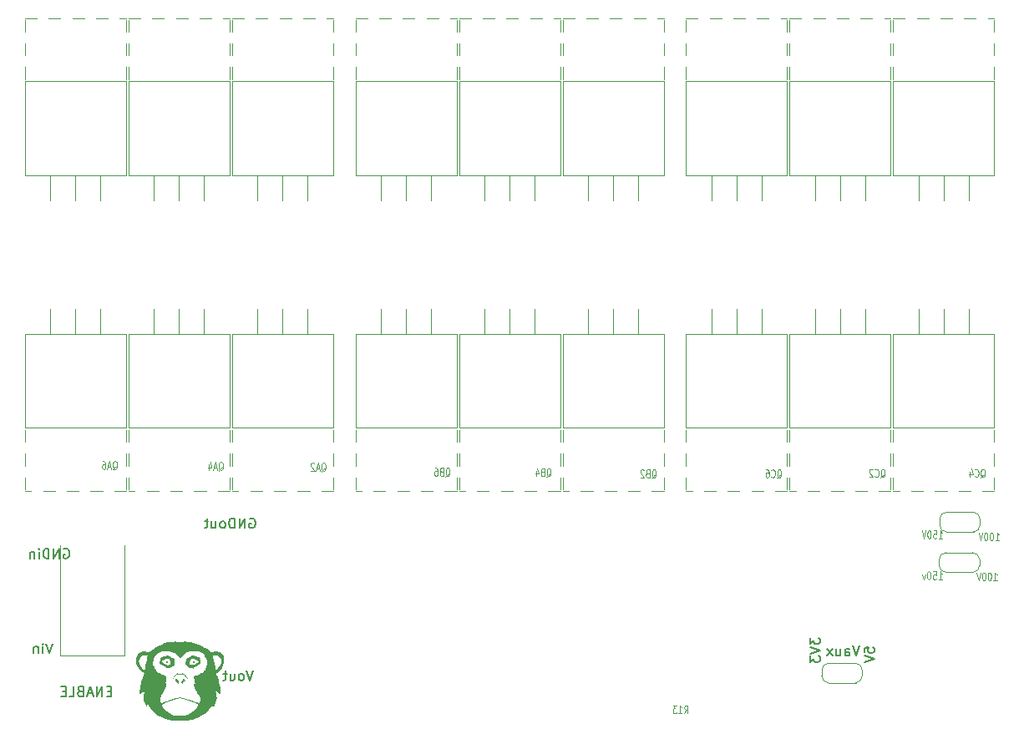
<source format=gbr>
%TF.GenerationSoftware,KiCad,Pcbnew,(6.0.7-1)-1*%
%TF.CreationDate,2023-01-28T14:38:12-05:00*%
%TF.ProjectId,CCC_ESC,4343435f-4553-4432-9e6b-696361645f70,rev?*%
%TF.SameCoordinates,Original*%
%TF.FileFunction,Legend,Bot*%
%TF.FilePolarity,Positive*%
%FSLAX46Y46*%
G04 Gerber Fmt 4.6, Leading zero omitted, Abs format (unit mm)*
G04 Created by KiCad (PCBNEW (6.0.7-1)-1) date 2023-01-28 14:38:12*
%MOMM*%
%LPD*%
G01*
G04 APERTURE LIST*
%ADD10C,0.150000*%
%ADD11C,0.120000*%
G04 APERTURE END LIST*
D10*
%TO.C,U6*%
X53677809Y-113805640D02*
X53344476Y-114805640D01*
X53011142Y-113805640D01*
X52677809Y-114805640D02*
X52677809Y-114138974D01*
X52677809Y-113805640D02*
X52725428Y-113853260D01*
X52677809Y-113900879D01*
X52630190Y-113853260D01*
X52677809Y-113805640D01*
X52677809Y-113900879D01*
X52201619Y-114138974D02*
X52201619Y-114805640D01*
X52201619Y-114234212D02*
X52154000Y-114186593D01*
X52058761Y-114138974D01*
X51915904Y-114138974D01*
X51820666Y-114186593D01*
X51773047Y-114281831D01*
X51773047Y-114805640D01*
X54821380Y-104228260D02*
X54916619Y-104180640D01*
X55059476Y-104180640D01*
X55202333Y-104228260D01*
X55297571Y-104323498D01*
X55345190Y-104418736D01*
X55392809Y-104609212D01*
X55392809Y-104752069D01*
X55345190Y-104942545D01*
X55297571Y-105037783D01*
X55202333Y-105133021D01*
X55059476Y-105180640D01*
X54964238Y-105180640D01*
X54821380Y-105133021D01*
X54773761Y-105085402D01*
X54773761Y-104752069D01*
X54964238Y-104752069D01*
X54345190Y-105180640D02*
X54345190Y-104180640D01*
X53773761Y-105180640D01*
X53773761Y-104180640D01*
X53297571Y-105180640D02*
X53297571Y-104180640D01*
X53059476Y-104180640D01*
X52916619Y-104228260D01*
X52821380Y-104323498D01*
X52773761Y-104418736D01*
X52726142Y-104609212D01*
X52726142Y-104752069D01*
X52773761Y-104942545D01*
X52821380Y-105037783D01*
X52916619Y-105133021D01*
X53059476Y-105180640D01*
X53297571Y-105180640D01*
X52297571Y-105180640D02*
X52297571Y-104513974D01*
X52297571Y-104180640D02*
X52345190Y-104228260D01*
X52297571Y-104275879D01*
X52249952Y-104228260D01*
X52297571Y-104180640D01*
X52297571Y-104275879D01*
X51821380Y-104513974D02*
X51821380Y-105180640D01*
X51821380Y-104609212D02*
X51773761Y-104561593D01*
X51678523Y-104513974D01*
X51535666Y-104513974D01*
X51440428Y-104561593D01*
X51392809Y-104656831D01*
X51392809Y-105180640D01*
X73656380Y-101153260D02*
X73751619Y-101105640D01*
X73894476Y-101105640D01*
X74037333Y-101153260D01*
X74132571Y-101248498D01*
X74180190Y-101343736D01*
X74227809Y-101534212D01*
X74227809Y-101677069D01*
X74180190Y-101867545D01*
X74132571Y-101962783D01*
X74037333Y-102058021D01*
X73894476Y-102105640D01*
X73799238Y-102105640D01*
X73656380Y-102058021D01*
X73608761Y-102010402D01*
X73608761Y-101677069D01*
X73799238Y-101677069D01*
X73180190Y-102105640D02*
X73180190Y-101105640D01*
X72608761Y-102105640D01*
X72608761Y-101105640D01*
X72132571Y-102105640D02*
X72132571Y-101105640D01*
X71894476Y-101105640D01*
X71751619Y-101153260D01*
X71656380Y-101248498D01*
X71608761Y-101343736D01*
X71561142Y-101534212D01*
X71561142Y-101677069D01*
X71608761Y-101867545D01*
X71656380Y-101962783D01*
X71751619Y-102058021D01*
X71894476Y-102105640D01*
X72132571Y-102105640D01*
X70989714Y-102105640D02*
X71084952Y-102058021D01*
X71132571Y-102010402D01*
X71180190Y-101915164D01*
X71180190Y-101629450D01*
X71132571Y-101534212D01*
X71084952Y-101486593D01*
X70989714Y-101438974D01*
X70846857Y-101438974D01*
X70751619Y-101486593D01*
X70704000Y-101534212D01*
X70656380Y-101629450D01*
X70656380Y-101915164D01*
X70704000Y-102010402D01*
X70751619Y-102058021D01*
X70846857Y-102105640D01*
X70989714Y-102105640D01*
X69799238Y-101438974D02*
X69799238Y-102105640D01*
X70227809Y-101438974D02*
X70227809Y-101962783D01*
X70180190Y-102058021D01*
X70084952Y-102105640D01*
X69942095Y-102105640D01*
X69846857Y-102058021D01*
X69799238Y-102010402D01*
X69465904Y-101438974D02*
X69084952Y-101438974D01*
X69323047Y-101105640D02*
X69323047Y-101962783D01*
X69275428Y-102058021D01*
X69180190Y-102105640D01*
X69084952Y-102105640D01*
X74023809Y-116552380D02*
X73690476Y-117552380D01*
X73357142Y-116552380D01*
X72880952Y-117552380D02*
X72976190Y-117504761D01*
X73023809Y-117457142D01*
X73071428Y-117361904D01*
X73071428Y-117076190D01*
X73023809Y-116980952D01*
X72976190Y-116933333D01*
X72880952Y-116885714D01*
X72738095Y-116885714D01*
X72642857Y-116933333D01*
X72595238Y-116980952D01*
X72547619Y-117076190D01*
X72547619Y-117361904D01*
X72595238Y-117457142D01*
X72642857Y-117504761D01*
X72738095Y-117552380D01*
X72880952Y-117552380D01*
X71690476Y-116885714D02*
X71690476Y-117552380D01*
X72119047Y-116885714D02*
X72119047Y-117409523D01*
X72071428Y-117504761D01*
X71976190Y-117552380D01*
X71833333Y-117552380D01*
X71738095Y-117504761D01*
X71690476Y-117457142D01*
X71357142Y-116885714D02*
X70976190Y-116885714D01*
X71214285Y-116552380D02*
X71214285Y-117409523D01*
X71166666Y-117504761D01*
X71071428Y-117552380D01*
X70976190Y-117552380D01*
D11*
%TO.C,R13*%
X117704714Y-120890164D02*
X117904714Y-120509212D01*
X118047571Y-120890164D02*
X118047571Y-120090164D01*
X117819000Y-120090164D01*
X117761857Y-120128260D01*
X117733285Y-120166355D01*
X117704714Y-120242545D01*
X117704714Y-120356831D01*
X117733285Y-120433021D01*
X117761857Y-120471117D01*
X117819000Y-120509212D01*
X118047571Y-120509212D01*
X117133285Y-120890164D02*
X117476142Y-120890164D01*
X117304714Y-120890164D02*
X117304714Y-120090164D01*
X117361857Y-120204450D01*
X117419000Y-120280640D01*
X117476142Y-120318736D01*
X116933285Y-120090164D02*
X116561857Y-120090164D01*
X116761857Y-120394926D01*
X116676142Y-120394926D01*
X116619000Y-120433021D01*
X116590428Y-120471117D01*
X116561857Y-120547307D01*
X116561857Y-120737783D01*
X116590428Y-120813974D01*
X116619000Y-120852069D01*
X116676142Y-120890164D01*
X116847571Y-120890164D01*
X116904714Y-120852069D01*
X116933285Y-120813974D01*
D10*
%TO.C,Tp12V1*%
X59623809Y-118628571D02*
X59290476Y-118628571D01*
X59147619Y-119152380D02*
X59623809Y-119152380D01*
X59623809Y-118152380D01*
X59147619Y-118152380D01*
X58719047Y-119152380D02*
X58719047Y-118152380D01*
X58147619Y-119152380D01*
X58147619Y-118152380D01*
X57719047Y-118866666D02*
X57242857Y-118866666D01*
X57814285Y-119152380D02*
X57480952Y-118152380D01*
X57147619Y-119152380D01*
X56480952Y-118628571D02*
X56338095Y-118676190D01*
X56290476Y-118723809D01*
X56242857Y-118819047D01*
X56242857Y-118961904D01*
X56290476Y-119057142D01*
X56338095Y-119104761D01*
X56433333Y-119152380D01*
X56814285Y-119152380D01*
X56814285Y-118152380D01*
X56480952Y-118152380D01*
X56385714Y-118200000D01*
X56338095Y-118247619D01*
X56290476Y-118342857D01*
X56290476Y-118438095D01*
X56338095Y-118533333D01*
X56385714Y-118580952D01*
X56480952Y-118628571D01*
X56814285Y-118628571D01*
X55338095Y-119152380D02*
X55814285Y-119152380D01*
X55814285Y-118152380D01*
X55004761Y-118628571D02*
X54671428Y-118628571D01*
X54528571Y-119152380D02*
X55004761Y-119152380D01*
X55004761Y-118152380D01*
X54528571Y-118152380D01*
%TO.C,JP1*%
X135442857Y-114052380D02*
X135109523Y-115052380D01*
X134776190Y-114052380D01*
X134014285Y-115052380D02*
X134014285Y-114528571D01*
X134061904Y-114433333D01*
X134157142Y-114385714D01*
X134347619Y-114385714D01*
X134442857Y-114433333D01*
X134014285Y-115004761D02*
X134109523Y-115052380D01*
X134347619Y-115052380D01*
X134442857Y-115004761D01*
X134490476Y-114909523D01*
X134490476Y-114814285D01*
X134442857Y-114719047D01*
X134347619Y-114671428D01*
X134109523Y-114671428D01*
X134014285Y-114623809D01*
X133109523Y-114385714D02*
X133109523Y-115052380D01*
X133538095Y-114385714D02*
X133538095Y-114909523D01*
X133490476Y-115004761D01*
X133395238Y-115052380D01*
X133252380Y-115052380D01*
X133157142Y-115004761D01*
X133109523Y-114957142D01*
X132728571Y-115052380D02*
X132204761Y-114385714D01*
X132728571Y-114385714D02*
X132204761Y-115052380D01*
X135952380Y-114709523D02*
X135952380Y-114233333D01*
X136428571Y-114185714D01*
X136380952Y-114233333D01*
X136333333Y-114328571D01*
X136333333Y-114566666D01*
X136380952Y-114661904D01*
X136428571Y-114709523D01*
X136523809Y-114757142D01*
X136761904Y-114757142D01*
X136857142Y-114709523D01*
X136904761Y-114661904D01*
X136952380Y-114566666D01*
X136952380Y-114328571D01*
X136904761Y-114233333D01*
X136857142Y-114185714D01*
X135952380Y-115042857D02*
X136952380Y-115376190D01*
X135952380Y-115709523D01*
X130452380Y-113261904D02*
X130452380Y-113880952D01*
X130833333Y-113547619D01*
X130833333Y-113690476D01*
X130880952Y-113785714D01*
X130928571Y-113833333D01*
X131023809Y-113880952D01*
X131261904Y-113880952D01*
X131357142Y-113833333D01*
X131404761Y-113785714D01*
X131452380Y-113690476D01*
X131452380Y-113404761D01*
X131404761Y-113309523D01*
X131357142Y-113261904D01*
X130452380Y-114166666D02*
X131452380Y-114500000D01*
X130452380Y-114833333D01*
X130452380Y-115071428D02*
X130452380Y-115690476D01*
X130833333Y-115357142D01*
X130833333Y-115500000D01*
X130880952Y-115595238D01*
X130928571Y-115642857D01*
X131023809Y-115690476D01*
X131261904Y-115690476D01*
X131357142Y-115642857D01*
X131404761Y-115595238D01*
X131452380Y-115500000D01*
X131452380Y-115214285D01*
X131404761Y-115119047D01*
X131357142Y-115071428D01*
D11*
%TO.C,QB4*%
X103757142Y-96938095D02*
X103814285Y-96900000D01*
X103871428Y-96823809D01*
X103957142Y-96709523D01*
X104014285Y-96671428D01*
X104071428Y-96671428D01*
X104042857Y-96861904D02*
X104100000Y-96823809D01*
X104157142Y-96747619D01*
X104185714Y-96595238D01*
X104185714Y-96328571D01*
X104157142Y-96176190D01*
X104100000Y-96100000D01*
X104042857Y-96061904D01*
X103928571Y-96061904D01*
X103871428Y-96100000D01*
X103814285Y-96176190D01*
X103785714Y-96328571D01*
X103785714Y-96595238D01*
X103814285Y-96747619D01*
X103871428Y-96823809D01*
X103928571Y-96861904D01*
X104042857Y-96861904D01*
X103328571Y-96442857D02*
X103242857Y-96480952D01*
X103214285Y-96519047D01*
X103185714Y-96595238D01*
X103185714Y-96709523D01*
X103214285Y-96785714D01*
X103242857Y-96823809D01*
X103300000Y-96861904D01*
X103528571Y-96861904D01*
X103528571Y-96061904D01*
X103328571Y-96061904D01*
X103271428Y-96100000D01*
X103242857Y-96138095D01*
X103214285Y-96214285D01*
X103214285Y-96290476D01*
X103242857Y-96366666D01*
X103271428Y-96404761D01*
X103328571Y-96442857D01*
X103528571Y-96442857D01*
X102671428Y-96328571D02*
X102671428Y-96861904D01*
X102814285Y-96023809D02*
X102957142Y-96595238D01*
X102585714Y-96595238D01*
%TO.C,QC6*%
X127107142Y-97038095D02*
X127164285Y-97000000D01*
X127221428Y-96923809D01*
X127307142Y-96809523D01*
X127364285Y-96771428D01*
X127421428Y-96771428D01*
X127392857Y-96961904D02*
X127450000Y-96923809D01*
X127507142Y-96847619D01*
X127535714Y-96695238D01*
X127535714Y-96428571D01*
X127507142Y-96276190D01*
X127450000Y-96200000D01*
X127392857Y-96161904D01*
X127278571Y-96161904D01*
X127221428Y-96200000D01*
X127164285Y-96276190D01*
X127135714Y-96428571D01*
X127135714Y-96695238D01*
X127164285Y-96847619D01*
X127221428Y-96923809D01*
X127278571Y-96961904D01*
X127392857Y-96961904D01*
X126535714Y-96885714D02*
X126564285Y-96923809D01*
X126650000Y-96961904D01*
X126707142Y-96961904D01*
X126792857Y-96923809D01*
X126850000Y-96847619D01*
X126878571Y-96771428D01*
X126907142Y-96619047D01*
X126907142Y-96504761D01*
X126878571Y-96352380D01*
X126850000Y-96276190D01*
X126792857Y-96200000D01*
X126707142Y-96161904D01*
X126650000Y-96161904D01*
X126564285Y-96200000D01*
X126535714Y-96238095D01*
X126021428Y-96161904D02*
X126135714Y-96161904D01*
X126192857Y-96200000D01*
X126221428Y-96238095D01*
X126278571Y-96352380D01*
X126307142Y-96504761D01*
X126307142Y-96809523D01*
X126278571Y-96885714D01*
X126250000Y-96923809D01*
X126192857Y-96961904D01*
X126078571Y-96961904D01*
X126021428Y-96923809D01*
X125992857Y-96885714D01*
X125964285Y-96809523D01*
X125964285Y-96619047D01*
X125992857Y-96542857D01*
X126021428Y-96504761D01*
X126078571Y-96466666D01*
X126192857Y-96466666D01*
X126250000Y-96504761D01*
X126278571Y-96542857D01*
X126307142Y-96619047D01*
%TO.C,QC4*%
X147757142Y-96988095D02*
X147814285Y-96950000D01*
X147871428Y-96873809D01*
X147957142Y-96759523D01*
X148014285Y-96721428D01*
X148071428Y-96721428D01*
X148042857Y-96911904D02*
X148100000Y-96873809D01*
X148157142Y-96797619D01*
X148185714Y-96645238D01*
X148185714Y-96378571D01*
X148157142Y-96226190D01*
X148100000Y-96150000D01*
X148042857Y-96111904D01*
X147928571Y-96111904D01*
X147871428Y-96150000D01*
X147814285Y-96226190D01*
X147785714Y-96378571D01*
X147785714Y-96645238D01*
X147814285Y-96797619D01*
X147871428Y-96873809D01*
X147928571Y-96911904D01*
X148042857Y-96911904D01*
X147185714Y-96835714D02*
X147214285Y-96873809D01*
X147300000Y-96911904D01*
X147357142Y-96911904D01*
X147442857Y-96873809D01*
X147500000Y-96797619D01*
X147528571Y-96721428D01*
X147557142Y-96569047D01*
X147557142Y-96454761D01*
X147528571Y-96302380D01*
X147500000Y-96226190D01*
X147442857Y-96150000D01*
X147357142Y-96111904D01*
X147300000Y-96111904D01*
X147214285Y-96150000D01*
X147185714Y-96188095D01*
X146671428Y-96378571D02*
X146671428Y-96911904D01*
X146814285Y-96073809D02*
X146957142Y-96645238D01*
X146585714Y-96645238D01*
%TO.C,QA6*%
X59764285Y-96188095D02*
X59821428Y-96150000D01*
X59878571Y-96073809D01*
X59964285Y-95959523D01*
X60021428Y-95921428D01*
X60078571Y-95921428D01*
X60050000Y-96111904D02*
X60107142Y-96073809D01*
X60164285Y-95997619D01*
X60192857Y-95845238D01*
X60192857Y-95578571D01*
X60164285Y-95426190D01*
X60107142Y-95350000D01*
X60050000Y-95311904D01*
X59935714Y-95311904D01*
X59878571Y-95350000D01*
X59821428Y-95426190D01*
X59792857Y-95578571D01*
X59792857Y-95845238D01*
X59821428Y-95997619D01*
X59878571Y-96073809D01*
X59935714Y-96111904D01*
X60050000Y-96111904D01*
X59564285Y-95883333D02*
X59278571Y-95883333D01*
X59621428Y-96111904D02*
X59421428Y-95311904D01*
X59221428Y-96111904D01*
X58764285Y-95311904D02*
X58878571Y-95311904D01*
X58935714Y-95350000D01*
X58964285Y-95388095D01*
X59021428Y-95502380D01*
X59050000Y-95654761D01*
X59050000Y-95959523D01*
X59021428Y-96035714D01*
X58992857Y-96073809D01*
X58935714Y-96111904D01*
X58821428Y-96111904D01*
X58764285Y-96073809D01*
X58735714Y-96035714D01*
X58707142Y-95959523D01*
X58707142Y-95769047D01*
X58735714Y-95692857D01*
X58764285Y-95654761D01*
X58821428Y-95616666D01*
X58935714Y-95616666D01*
X58992857Y-95654761D01*
X59021428Y-95692857D01*
X59050000Y-95769047D01*
%TO.C,QB6*%
X93507142Y-96888095D02*
X93564285Y-96850000D01*
X93621428Y-96773809D01*
X93707142Y-96659523D01*
X93764285Y-96621428D01*
X93821428Y-96621428D01*
X93792857Y-96811904D02*
X93850000Y-96773809D01*
X93907142Y-96697619D01*
X93935714Y-96545238D01*
X93935714Y-96278571D01*
X93907142Y-96126190D01*
X93850000Y-96050000D01*
X93792857Y-96011904D01*
X93678571Y-96011904D01*
X93621428Y-96050000D01*
X93564285Y-96126190D01*
X93535714Y-96278571D01*
X93535714Y-96545238D01*
X93564285Y-96697619D01*
X93621428Y-96773809D01*
X93678571Y-96811904D01*
X93792857Y-96811904D01*
X93078571Y-96392857D02*
X92992857Y-96430952D01*
X92964285Y-96469047D01*
X92935714Y-96545238D01*
X92935714Y-96659523D01*
X92964285Y-96735714D01*
X92992857Y-96773809D01*
X93050000Y-96811904D01*
X93278571Y-96811904D01*
X93278571Y-96011904D01*
X93078571Y-96011904D01*
X93021428Y-96050000D01*
X92992857Y-96088095D01*
X92964285Y-96164285D01*
X92964285Y-96240476D01*
X92992857Y-96316666D01*
X93021428Y-96354761D01*
X93078571Y-96392857D01*
X93278571Y-96392857D01*
X92421428Y-96011904D02*
X92535714Y-96011904D01*
X92592857Y-96050000D01*
X92621428Y-96088095D01*
X92678571Y-96202380D01*
X92707142Y-96354761D01*
X92707142Y-96659523D01*
X92678571Y-96735714D01*
X92650000Y-96773809D01*
X92592857Y-96811904D01*
X92478571Y-96811904D01*
X92421428Y-96773809D01*
X92392857Y-96735714D01*
X92364285Y-96659523D01*
X92364285Y-96469047D01*
X92392857Y-96392857D01*
X92421428Y-96354761D01*
X92478571Y-96316666D01*
X92592857Y-96316666D01*
X92650000Y-96354761D01*
X92678571Y-96392857D01*
X92707142Y-96469047D01*
%TO.C,QB2*%
X114407142Y-97038095D02*
X114464285Y-97000000D01*
X114521428Y-96923809D01*
X114607142Y-96809523D01*
X114664285Y-96771428D01*
X114721428Y-96771428D01*
X114692857Y-96961904D02*
X114750000Y-96923809D01*
X114807142Y-96847619D01*
X114835714Y-96695238D01*
X114835714Y-96428571D01*
X114807142Y-96276190D01*
X114750000Y-96200000D01*
X114692857Y-96161904D01*
X114578571Y-96161904D01*
X114521428Y-96200000D01*
X114464285Y-96276190D01*
X114435714Y-96428571D01*
X114435714Y-96695238D01*
X114464285Y-96847619D01*
X114521428Y-96923809D01*
X114578571Y-96961904D01*
X114692857Y-96961904D01*
X113978571Y-96542857D02*
X113892857Y-96580952D01*
X113864285Y-96619047D01*
X113835714Y-96695238D01*
X113835714Y-96809523D01*
X113864285Y-96885714D01*
X113892857Y-96923809D01*
X113950000Y-96961904D01*
X114178571Y-96961904D01*
X114178571Y-96161904D01*
X113978571Y-96161904D01*
X113921428Y-96200000D01*
X113892857Y-96238095D01*
X113864285Y-96314285D01*
X113864285Y-96390476D01*
X113892857Y-96466666D01*
X113921428Y-96504761D01*
X113978571Y-96542857D01*
X114178571Y-96542857D01*
X113607142Y-96238095D02*
X113578571Y-96200000D01*
X113521428Y-96161904D01*
X113378571Y-96161904D01*
X113321428Y-96200000D01*
X113292857Y-96238095D01*
X113264285Y-96314285D01*
X113264285Y-96390476D01*
X113292857Y-96504761D01*
X113635714Y-96961904D01*
X113264285Y-96961904D01*
%TO.C,QA4*%
X70514285Y-96288095D02*
X70571428Y-96250000D01*
X70628571Y-96173809D01*
X70714285Y-96059523D01*
X70771428Y-96021428D01*
X70828571Y-96021428D01*
X70800000Y-96211904D02*
X70857142Y-96173809D01*
X70914285Y-96097619D01*
X70942857Y-95945238D01*
X70942857Y-95678571D01*
X70914285Y-95526190D01*
X70857142Y-95450000D01*
X70800000Y-95411904D01*
X70685714Y-95411904D01*
X70628571Y-95450000D01*
X70571428Y-95526190D01*
X70542857Y-95678571D01*
X70542857Y-95945238D01*
X70571428Y-96097619D01*
X70628571Y-96173809D01*
X70685714Y-96211904D01*
X70800000Y-96211904D01*
X70314285Y-95983333D02*
X70028571Y-95983333D01*
X70371428Y-96211904D02*
X70171428Y-95411904D01*
X69971428Y-96211904D01*
X69514285Y-95678571D02*
X69514285Y-96211904D01*
X69657142Y-95373809D02*
X69800000Y-95945238D01*
X69428571Y-95945238D01*
%TO.C,QC2*%
X137607142Y-96988095D02*
X137664285Y-96950000D01*
X137721428Y-96873809D01*
X137807142Y-96759523D01*
X137864285Y-96721428D01*
X137921428Y-96721428D01*
X137892857Y-96911904D02*
X137950000Y-96873809D01*
X138007142Y-96797619D01*
X138035714Y-96645238D01*
X138035714Y-96378571D01*
X138007142Y-96226190D01*
X137950000Y-96150000D01*
X137892857Y-96111904D01*
X137778571Y-96111904D01*
X137721428Y-96150000D01*
X137664285Y-96226190D01*
X137635714Y-96378571D01*
X137635714Y-96645238D01*
X137664285Y-96797619D01*
X137721428Y-96873809D01*
X137778571Y-96911904D01*
X137892857Y-96911904D01*
X137035714Y-96835714D02*
X137064285Y-96873809D01*
X137150000Y-96911904D01*
X137207142Y-96911904D01*
X137292857Y-96873809D01*
X137350000Y-96797619D01*
X137378571Y-96721428D01*
X137407142Y-96569047D01*
X137407142Y-96454761D01*
X137378571Y-96302380D01*
X137350000Y-96226190D01*
X137292857Y-96150000D01*
X137207142Y-96111904D01*
X137150000Y-96111904D01*
X137064285Y-96150000D01*
X137035714Y-96188095D01*
X136807142Y-96188095D02*
X136778571Y-96150000D01*
X136721428Y-96111904D01*
X136578571Y-96111904D01*
X136521428Y-96150000D01*
X136492857Y-96188095D01*
X136464285Y-96264285D01*
X136464285Y-96340476D01*
X136492857Y-96454761D01*
X136835714Y-96911904D01*
X136464285Y-96911904D01*
%TO.C,JP4*%
X143507142Y-103161904D02*
X143850000Y-103161904D01*
X143678571Y-103161904D02*
X143678571Y-102361904D01*
X143735714Y-102476190D01*
X143792857Y-102552380D01*
X143850000Y-102590476D01*
X142964285Y-102361904D02*
X143250000Y-102361904D01*
X143278571Y-102742857D01*
X143250000Y-102704761D01*
X143192857Y-102666666D01*
X143050000Y-102666666D01*
X142992857Y-102704761D01*
X142964285Y-102742857D01*
X142935714Y-102819047D01*
X142935714Y-103009523D01*
X142964285Y-103085714D01*
X142992857Y-103123809D01*
X143050000Y-103161904D01*
X143192857Y-103161904D01*
X143250000Y-103123809D01*
X143278571Y-103085714D01*
X142564285Y-102361904D02*
X142507142Y-102361904D01*
X142450000Y-102400000D01*
X142421428Y-102438095D01*
X142392857Y-102514285D01*
X142364285Y-102666666D01*
X142364285Y-102857142D01*
X142392857Y-103009523D01*
X142421428Y-103085714D01*
X142450000Y-103123809D01*
X142507142Y-103161904D01*
X142564285Y-103161904D01*
X142621428Y-103123809D01*
X142650000Y-103085714D01*
X142678571Y-103009523D01*
X142707142Y-102857142D01*
X142707142Y-102666666D01*
X142678571Y-102514285D01*
X142650000Y-102438095D01*
X142621428Y-102400000D01*
X142564285Y-102361904D01*
X142192857Y-102361904D02*
X141992857Y-103161904D01*
X141792857Y-102361904D01*
X149257142Y-103361904D02*
X149600000Y-103361904D01*
X149428571Y-103361904D02*
X149428571Y-102561904D01*
X149485714Y-102676190D01*
X149542857Y-102752380D01*
X149600000Y-102790476D01*
X148885714Y-102561904D02*
X148828571Y-102561904D01*
X148771428Y-102600000D01*
X148742857Y-102638095D01*
X148714285Y-102714285D01*
X148685714Y-102866666D01*
X148685714Y-103057142D01*
X148714285Y-103209523D01*
X148742857Y-103285714D01*
X148771428Y-103323809D01*
X148828571Y-103361904D01*
X148885714Y-103361904D01*
X148942857Y-103323809D01*
X148971428Y-103285714D01*
X149000000Y-103209523D01*
X149028571Y-103057142D01*
X149028571Y-102866666D01*
X149000000Y-102714285D01*
X148971428Y-102638095D01*
X148942857Y-102600000D01*
X148885714Y-102561904D01*
X148314285Y-102561904D02*
X148257142Y-102561904D01*
X148200000Y-102600000D01*
X148171428Y-102638095D01*
X148142857Y-102714285D01*
X148114285Y-102866666D01*
X148114285Y-103057142D01*
X148142857Y-103209523D01*
X148171428Y-103285714D01*
X148200000Y-103323809D01*
X148257142Y-103361904D01*
X148314285Y-103361904D01*
X148371428Y-103323809D01*
X148400000Y-103285714D01*
X148428571Y-103209523D01*
X148457142Y-103057142D01*
X148457142Y-102866666D01*
X148428571Y-102714285D01*
X148400000Y-102638095D01*
X148371428Y-102600000D01*
X148314285Y-102561904D01*
X147942857Y-102561904D02*
X147742857Y-103361904D01*
X147542857Y-102561904D01*
%TO.C,JP5*%
X143478571Y-107311904D02*
X143821428Y-107311904D01*
X143650000Y-107311904D02*
X143650000Y-106511904D01*
X143707142Y-106626190D01*
X143764285Y-106702380D01*
X143821428Y-106740476D01*
X142935714Y-106511904D02*
X143221428Y-106511904D01*
X143250000Y-106892857D01*
X143221428Y-106854761D01*
X143164285Y-106816666D01*
X143021428Y-106816666D01*
X142964285Y-106854761D01*
X142935714Y-106892857D01*
X142907142Y-106969047D01*
X142907142Y-107159523D01*
X142935714Y-107235714D01*
X142964285Y-107273809D01*
X143021428Y-107311904D01*
X143164285Y-107311904D01*
X143221428Y-107273809D01*
X143250000Y-107235714D01*
X142535714Y-106511904D02*
X142478571Y-106511904D01*
X142421428Y-106550000D01*
X142392857Y-106588095D01*
X142364285Y-106664285D01*
X142335714Y-106816666D01*
X142335714Y-107007142D01*
X142364285Y-107159523D01*
X142392857Y-107235714D01*
X142421428Y-107273809D01*
X142478571Y-107311904D01*
X142535714Y-107311904D01*
X142592857Y-107273809D01*
X142621428Y-107235714D01*
X142650000Y-107159523D01*
X142678571Y-107007142D01*
X142678571Y-106816666D01*
X142650000Y-106664285D01*
X142621428Y-106588095D01*
X142592857Y-106550000D01*
X142535714Y-106511904D01*
X142135714Y-106778571D02*
X141992857Y-107311904D01*
X141850000Y-106778571D01*
X149057142Y-107411904D02*
X149400000Y-107411904D01*
X149228571Y-107411904D02*
X149228571Y-106611904D01*
X149285714Y-106726190D01*
X149342857Y-106802380D01*
X149400000Y-106840476D01*
X148685714Y-106611904D02*
X148628571Y-106611904D01*
X148571428Y-106650000D01*
X148542857Y-106688095D01*
X148514285Y-106764285D01*
X148485714Y-106916666D01*
X148485714Y-107107142D01*
X148514285Y-107259523D01*
X148542857Y-107335714D01*
X148571428Y-107373809D01*
X148628571Y-107411904D01*
X148685714Y-107411904D01*
X148742857Y-107373809D01*
X148771428Y-107335714D01*
X148800000Y-107259523D01*
X148828571Y-107107142D01*
X148828571Y-106916666D01*
X148800000Y-106764285D01*
X148771428Y-106688095D01*
X148742857Y-106650000D01*
X148685714Y-106611904D01*
X148114285Y-106611904D02*
X148057142Y-106611904D01*
X148000000Y-106650000D01*
X147971428Y-106688095D01*
X147942857Y-106764285D01*
X147914285Y-106916666D01*
X147914285Y-107107142D01*
X147942857Y-107259523D01*
X147971428Y-107335714D01*
X148000000Y-107373809D01*
X148057142Y-107411904D01*
X148114285Y-107411904D01*
X148171428Y-107373809D01*
X148200000Y-107335714D01*
X148228571Y-107259523D01*
X148257142Y-107107142D01*
X148257142Y-106916666D01*
X148228571Y-106764285D01*
X148200000Y-106688095D01*
X148171428Y-106650000D01*
X148114285Y-106611904D01*
X147742857Y-106611904D02*
X147542857Y-107411904D01*
X147342857Y-106611904D01*
%TO.C,QA2*%
X80914285Y-96363095D02*
X80971428Y-96325000D01*
X81028571Y-96248809D01*
X81114285Y-96134523D01*
X81171428Y-96096428D01*
X81228571Y-96096428D01*
X81200000Y-96286904D02*
X81257142Y-96248809D01*
X81314285Y-96172619D01*
X81342857Y-96020238D01*
X81342857Y-95753571D01*
X81314285Y-95601190D01*
X81257142Y-95525000D01*
X81200000Y-95486904D01*
X81085714Y-95486904D01*
X81028571Y-95525000D01*
X80971428Y-95601190D01*
X80942857Y-95753571D01*
X80942857Y-96020238D01*
X80971428Y-96172619D01*
X81028571Y-96248809D01*
X81085714Y-96286904D01*
X81200000Y-96286904D01*
X80714285Y-96058333D02*
X80428571Y-96058333D01*
X80771428Y-96286904D02*
X80571428Y-95486904D01*
X80371428Y-96286904D01*
X80200000Y-95563095D02*
X80171428Y-95525000D01*
X80114285Y-95486904D01*
X79971428Y-95486904D01*
X79914285Y-95525000D01*
X79885714Y-95563095D01*
X79857142Y-95639285D01*
X79857142Y-95715476D01*
X79885714Y-95829761D01*
X80228571Y-96286904D01*
X79857142Y-96286904D01*
%TO.C,JP1*%
X135750000Y-117100000D02*
X135750000Y-116500000D01*
X135100000Y-115800000D02*
X132300000Y-115800000D01*
X132300000Y-117800000D02*
X135100000Y-117800000D01*
X131650000Y-116500000D02*
X131650000Y-117100000D01*
X135750000Y-116500000D02*
G75*
G03*
X135050000Y-115800000I-699999J1D01*
G01*
X132350000Y-115800000D02*
G75*
G03*
X131650000Y-116500000I0J-700000D01*
G01*
X135050000Y-117800000D02*
G75*
G03*
X135750000Y-117100000I1J699999D01*
G01*
X131650000Y-117100000D02*
G75*
G03*
X132350000Y-117800000I700000J0D01*
G01*
%TO.C,QB4*%
X97920000Y-98330000D02*
X96720000Y-98330000D01*
X100000000Y-79900000D02*
X100000000Y-82440000D01*
X105120000Y-91930000D02*
X94880000Y-91930000D01*
X105120000Y-82440000D02*
X105120000Y-91930000D01*
X105120000Y-98330000D02*
X103920000Y-98330000D01*
X105120000Y-82440000D02*
X94880000Y-82440000D01*
X102721000Y-98330000D02*
X101520000Y-98330000D01*
X94880000Y-92170000D02*
X94880000Y-93370000D01*
X97460000Y-79900000D02*
X97460000Y-82440000D01*
X105120000Y-94570000D02*
X105120000Y-95770000D01*
X102540000Y-79900000D02*
X102540000Y-82440000D01*
X105120000Y-96970000D02*
X105120000Y-98170000D01*
X94880000Y-94570000D02*
X94880000Y-95770000D01*
X94880000Y-82440000D02*
X94880000Y-91930000D01*
X100320000Y-98330000D02*
X99120000Y-98330000D01*
X94880000Y-96970000D02*
X94880000Y-98170000D01*
X105120000Y-92170000D02*
X105120000Y-93370000D01*
X95520000Y-98330000D02*
X94880000Y-98330000D01*
%TO.C,QB5*%
X84380000Y-56580000D02*
X84380000Y-55380000D01*
X84380000Y-66310000D02*
X94620000Y-66310000D01*
X94620000Y-54180000D02*
X94620000Y-52980000D01*
X92040000Y-68850000D02*
X92040000Y-66310000D01*
X84380000Y-66310000D02*
X84380000Y-56820000D01*
X84380000Y-50420000D02*
X85580000Y-50420000D01*
X94620000Y-66310000D02*
X94620000Y-56820000D01*
X84380000Y-51780000D02*
X84380000Y-50580000D01*
X86960000Y-68850000D02*
X86960000Y-66310000D01*
X94620000Y-51780000D02*
X94620000Y-50580000D01*
X86779000Y-50420000D02*
X87980000Y-50420000D01*
X89500000Y-68850000D02*
X89500000Y-66310000D01*
X94620000Y-56580000D02*
X94620000Y-55380000D01*
X93980000Y-50420000D02*
X94620000Y-50420000D01*
X84380000Y-56820000D02*
X94620000Y-56820000D01*
X84380000Y-54180000D02*
X84380000Y-52980000D01*
X89180000Y-50420000D02*
X90380000Y-50420000D01*
X91580000Y-50420000D02*
X92780000Y-50420000D01*
%TO.C,QA3*%
X61380000Y-56820000D02*
X71620000Y-56820000D01*
X71620000Y-54180000D02*
X71620000Y-52980000D01*
X61380000Y-66310000D02*
X71620000Y-66310000D01*
X61380000Y-50420000D02*
X62580000Y-50420000D01*
X71620000Y-66310000D02*
X71620000Y-56820000D01*
X71620000Y-51780000D02*
X71620000Y-50580000D01*
X66500000Y-68850000D02*
X66500000Y-66310000D01*
X61380000Y-51780000D02*
X61380000Y-50580000D01*
X66180000Y-50420000D02*
X67380000Y-50420000D01*
X71620000Y-56580000D02*
X71620000Y-55380000D01*
X61380000Y-54180000D02*
X61380000Y-52980000D01*
X70980000Y-50420000D02*
X71620000Y-50420000D01*
X63779000Y-50420000D02*
X64980000Y-50420000D01*
X63960000Y-68850000D02*
X63960000Y-66310000D01*
X61380000Y-56580000D02*
X61380000Y-55380000D01*
X69040000Y-68850000D02*
X69040000Y-66310000D01*
X61380000Y-66310000D02*
X61380000Y-56820000D01*
X68580000Y-50420000D02*
X69780000Y-50420000D01*
%TO.C,QC6*%
X123320000Y-98330000D02*
X122120000Y-98330000D01*
X120460000Y-79900000D02*
X120460000Y-82440000D01*
X128120000Y-92170000D02*
X128120000Y-93370000D01*
X118520000Y-98330000D02*
X117880000Y-98330000D01*
X128120000Y-82440000D02*
X117880000Y-82440000D01*
X117880000Y-92170000D02*
X117880000Y-93370000D01*
X125540000Y-79900000D02*
X125540000Y-82440000D01*
X128120000Y-96970000D02*
X128120000Y-98170000D01*
X120920000Y-98330000D02*
X119720000Y-98330000D01*
X128120000Y-91930000D02*
X117880000Y-91930000D01*
X117880000Y-96970000D02*
X117880000Y-98170000D01*
X128120000Y-94570000D02*
X128120000Y-95770000D01*
X123000000Y-79900000D02*
X123000000Y-82440000D01*
X128120000Y-98330000D02*
X126920000Y-98330000D01*
X125721000Y-98330000D02*
X124520000Y-98330000D01*
X128120000Y-82440000D02*
X128120000Y-91930000D01*
X117880000Y-94570000D02*
X117880000Y-95770000D01*
X117880000Y-82440000D02*
X117880000Y-91930000D01*
%TO.C,QC5*%
X149120000Y-66310000D02*
X149120000Y-56820000D01*
X138880000Y-56580000D02*
X138880000Y-55380000D01*
X138880000Y-54180000D02*
X138880000Y-52980000D01*
X138880000Y-50420000D02*
X140080000Y-50420000D01*
X149120000Y-56580000D02*
X149120000Y-55380000D01*
X141279000Y-50420000D02*
X142480000Y-50420000D01*
X138880000Y-66310000D02*
X149120000Y-66310000D01*
X144000000Y-68850000D02*
X144000000Y-66310000D01*
X143680000Y-50420000D02*
X144880000Y-50420000D01*
X146080000Y-50420000D02*
X147280000Y-50420000D01*
X138880000Y-66310000D02*
X138880000Y-56820000D01*
X149120000Y-54180000D02*
X149120000Y-52980000D01*
X138880000Y-56820000D02*
X149120000Y-56820000D01*
X146540000Y-68850000D02*
X146540000Y-66310000D01*
X138880000Y-51780000D02*
X138880000Y-50580000D01*
X149120000Y-51780000D02*
X149120000Y-50580000D01*
X148480000Y-50420000D02*
X149120000Y-50420000D01*
X141460000Y-68850000D02*
X141460000Y-66310000D01*
%TO.C,QC4*%
X149120000Y-92170000D02*
X149120000Y-93370000D01*
X149120000Y-98330000D02*
X147920000Y-98330000D01*
X146540000Y-79900000D02*
X146540000Y-82440000D01*
X141460000Y-79900000D02*
X141460000Y-82440000D01*
X138880000Y-96970000D02*
X138880000Y-98170000D01*
X149120000Y-94570000D02*
X149120000Y-95770000D01*
X138880000Y-94570000D02*
X138880000Y-95770000D01*
X138880000Y-82440000D02*
X138880000Y-91930000D01*
X149120000Y-82440000D02*
X138880000Y-82440000D01*
X146721000Y-98330000D02*
X145520000Y-98330000D01*
X144000000Y-79900000D02*
X144000000Y-82440000D01*
X149120000Y-91930000D02*
X138880000Y-91930000D01*
X139520000Y-98330000D02*
X138880000Y-98330000D01*
X138880000Y-92170000D02*
X138880000Y-93370000D01*
X149120000Y-96970000D02*
X149120000Y-98170000D01*
X144320000Y-98330000D02*
X143120000Y-98330000D01*
X149120000Y-82440000D02*
X149120000Y-91930000D01*
X141920000Y-98330000D02*
X140720000Y-98330000D01*
%TO.C,QA6*%
X50880000Y-96970000D02*
X50880000Y-98170000D01*
X61120000Y-94570000D02*
X61120000Y-95770000D01*
X61120000Y-98330000D02*
X59920000Y-98330000D01*
X50880000Y-92170000D02*
X50880000Y-93370000D01*
X61120000Y-91930000D02*
X50880000Y-91930000D01*
X58540000Y-79900000D02*
X58540000Y-82440000D01*
X61120000Y-92170000D02*
X61120000Y-93370000D01*
X50880000Y-94570000D02*
X50880000Y-95770000D01*
X58721000Y-98330000D02*
X57520000Y-98330000D01*
X56320000Y-98330000D02*
X55120000Y-98330000D01*
X61120000Y-96970000D02*
X61120000Y-98170000D01*
X53920000Y-98330000D02*
X52720000Y-98330000D01*
X51520000Y-98330000D02*
X50880000Y-98330000D01*
X61120000Y-82440000D02*
X50880000Y-82440000D01*
X53460000Y-79900000D02*
X53460000Y-82440000D01*
X56000000Y-79900000D02*
X56000000Y-82440000D01*
X61120000Y-82440000D02*
X61120000Y-91930000D01*
X50880000Y-82440000D02*
X50880000Y-91930000D01*
%TO.C,QB6*%
X94620000Y-98330000D02*
X93420000Y-98330000D01*
X94620000Y-82440000D02*
X84380000Y-82440000D01*
X87420000Y-98330000D02*
X86220000Y-98330000D01*
X84380000Y-96970000D02*
X84380000Y-98170000D01*
X89500000Y-79900000D02*
X89500000Y-82440000D01*
X85020000Y-98330000D02*
X84380000Y-98330000D01*
X84380000Y-94570000D02*
X84380000Y-95770000D01*
X86960000Y-79900000D02*
X86960000Y-82440000D01*
X94620000Y-91930000D02*
X84380000Y-91930000D01*
X94620000Y-92170000D02*
X94620000Y-93370000D01*
X94620000Y-94570000D02*
X94620000Y-95770000D01*
X94620000Y-96970000D02*
X94620000Y-98170000D01*
X92040000Y-79900000D02*
X92040000Y-82440000D01*
X94620000Y-82440000D02*
X94620000Y-91930000D01*
X84380000Y-92170000D02*
X84380000Y-93370000D01*
X89820000Y-98330000D02*
X88620000Y-98330000D01*
X92221000Y-98330000D02*
X91020000Y-98330000D01*
X84380000Y-82440000D02*
X84380000Y-91930000D01*
%TO.C,QB2*%
X115620000Y-82440000D02*
X105380000Y-82440000D01*
X115620000Y-96970000D02*
X115620000Y-98170000D01*
X105380000Y-94570000D02*
X105380000Y-95770000D01*
X107960000Y-79900000D02*
X107960000Y-82440000D01*
X106020000Y-98330000D02*
X105380000Y-98330000D01*
X113221000Y-98330000D02*
X112020000Y-98330000D01*
X105380000Y-96970000D02*
X105380000Y-98170000D01*
X105380000Y-92170000D02*
X105380000Y-93370000D01*
X110500000Y-79900000D02*
X110500000Y-82440000D01*
X115620000Y-91930000D02*
X105380000Y-91930000D01*
X113040000Y-79900000D02*
X113040000Y-82440000D01*
X108420000Y-98330000D02*
X107220000Y-98330000D01*
X115620000Y-92170000D02*
X115620000Y-93370000D01*
X105380000Y-82440000D02*
X105380000Y-91930000D01*
X115620000Y-94570000D02*
X115620000Y-95770000D01*
X115620000Y-82440000D02*
X115620000Y-91930000D01*
X115620000Y-98330000D02*
X114420000Y-98330000D01*
X110820000Y-98330000D02*
X109620000Y-98330000D01*
%TO.C,QA5*%
X74460000Y-68850000D02*
X74460000Y-66310000D01*
X79080000Y-50420000D02*
X80280000Y-50420000D01*
X79540000Y-68850000D02*
X79540000Y-66310000D01*
X71880000Y-56580000D02*
X71880000Y-55380000D01*
X82120000Y-66310000D02*
X82120000Y-56820000D01*
X71880000Y-54180000D02*
X71880000Y-52980000D01*
X76680000Y-50420000D02*
X77880000Y-50420000D01*
X82120000Y-51780000D02*
X82120000Y-50580000D01*
X71880000Y-56820000D02*
X82120000Y-56820000D01*
X77000000Y-68850000D02*
X77000000Y-66310000D01*
X81480000Y-50420000D02*
X82120000Y-50420000D01*
X71880000Y-66310000D02*
X71880000Y-56820000D01*
X71880000Y-66310000D02*
X82120000Y-66310000D01*
X74279000Y-50420000D02*
X75480000Y-50420000D01*
X71880000Y-51780000D02*
X71880000Y-50580000D01*
X82120000Y-56580000D02*
X82120000Y-55380000D01*
X82120000Y-54180000D02*
X82120000Y-52980000D01*
X71880000Y-50420000D02*
X73080000Y-50420000D01*
%TO.C,G\u002A\u002A\u002A*%
G36*
X66986400Y-116873451D02*
G01*
X67117809Y-116950571D01*
X67146307Y-116979241D01*
X67204639Y-117055105D01*
X67266415Y-117150529D01*
X67322176Y-117249413D01*
X67362464Y-117335659D01*
X67377821Y-117393165D01*
X67368416Y-117394707D01*
X67338695Y-117358025D01*
X67295759Y-117288985D01*
X67263743Y-117238312D01*
X67181026Y-117129897D01*
X67095364Y-117039233D01*
X67031688Y-116984189D01*
X66976383Y-116950950D01*
X66917463Y-116941989D01*
X66831320Y-116949263D01*
X66758039Y-116957318D01*
X66641263Y-116965085D01*
X66532172Y-116962400D01*
X66399158Y-116949263D01*
X66323648Y-116942249D01*
X66261876Y-116948309D01*
X66207372Y-116977601D01*
X66136248Y-117038208D01*
X66097000Y-117076422D01*
X66012755Y-117173176D01*
X65947031Y-117266769D01*
X65920722Y-117310635D01*
X65884362Y-117367114D01*
X65866264Y-117389210D01*
X65868316Y-117374966D01*
X65886796Y-117321411D01*
X65918392Y-117241720D01*
X65981895Y-117117839D01*
X66091043Y-116982488D01*
X66219991Y-116889728D01*
X66361740Y-116844193D01*
X66509288Y-116850517D01*
X66510410Y-116850770D01*
X66615968Y-116860567D01*
X66721190Y-116850517D01*
X66837840Y-116841131D01*
X66986400Y-116873451D01*
G37*
G36*
X67058604Y-117393720D02*
G01*
X67081153Y-117427025D01*
X67087156Y-117495833D01*
X67083967Y-117515201D01*
X67089877Y-117550474D01*
X67128880Y-117549218D01*
X67154570Y-117545375D01*
X67163710Y-117558396D01*
X67136664Y-117589375D01*
X67080825Y-117630866D01*
X67003585Y-117675422D01*
X66921512Y-117732071D01*
X66864411Y-117815529D01*
X66852353Y-117846778D01*
X66827465Y-117879243D01*
X66796556Y-117867587D01*
X66795643Y-117866808D01*
X66763778Y-117816750D01*
X66740589Y-117742772D01*
X66737649Y-117713165D01*
X66753250Y-117623901D01*
X66796756Y-117535054D01*
X66858605Y-117457119D01*
X66929237Y-117400589D01*
X66999090Y-117375958D01*
X67058604Y-117393720D01*
G37*
G36*
X66078324Y-115764453D02*
G01*
X66070971Y-115867114D01*
X66046239Y-115944970D01*
X65996172Y-116025085D01*
X65890290Y-116144313D01*
X65726620Y-116256108D01*
X65527475Y-116324838D01*
X65510668Y-116328166D01*
X65429120Y-116337728D01*
X65340203Y-116340815D01*
X65259836Y-116337861D01*
X65203939Y-116329302D01*
X65188431Y-116315573D01*
X65210708Y-116298375D01*
X65267796Y-116284526D01*
X65285518Y-116281868D01*
X65277143Y-116268703D01*
X65214315Y-116245298D01*
X65172358Y-116231170D01*
X64994723Y-116149301D01*
X64851128Y-116045517D01*
X64752605Y-115927415D01*
X64747501Y-115918974D01*
X64722038Y-115894037D01*
X64696663Y-115918206D01*
X64669558Y-115939721D01*
X64627993Y-115924757D01*
X64586172Y-115866531D01*
X64550862Y-115771836D01*
X64538203Y-115712603D01*
X64538302Y-115626415D01*
X64546200Y-115595456D01*
X64793113Y-115595456D01*
X64803213Y-115637805D01*
X64847971Y-115703751D01*
X64919676Y-115781451D01*
X65054730Y-115885791D01*
X65210951Y-115970365D01*
X65217167Y-115972939D01*
X65303526Y-115995514D01*
X65399151Y-116004783D01*
X65470955Y-115993624D01*
X65565424Y-115938320D01*
X65630427Y-115847449D01*
X65654616Y-115733081D01*
X65648277Y-115674833D01*
X65614525Y-115564356D01*
X65561591Y-115459037D01*
X65500781Y-115384499D01*
X65457339Y-115364449D01*
X65363363Y-115356870D01*
X65244609Y-115370558D01*
X65115481Y-115401781D01*
X64990383Y-115446812D01*
X64883718Y-115501921D01*
X64809890Y-115563379D01*
X64793113Y-115595456D01*
X64546200Y-115595456D01*
X64564786Y-115522599D01*
X64567315Y-115514859D01*
X64595934Y-115423620D01*
X64606618Y-115375595D01*
X64600150Y-115361323D01*
X64577313Y-115371342D01*
X64561203Y-115376790D01*
X64558358Y-115351819D01*
X64573939Y-115324030D01*
X64639598Y-115264161D01*
X64740682Y-115203489D01*
X64864040Y-115149306D01*
X64996521Y-115108904D01*
X65095102Y-115084156D01*
X65154911Y-115063185D01*
X65175856Y-115043545D01*
X65166597Y-115020747D01*
X65152273Y-114998134D01*
X65169199Y-114990632D01*
X65231366Y-115001177D01*
X65234007Y-115001743D01*
X65402767Y-115054492D01*
X65578230Y-115136356D01*
X65730980Y-115233648D01*
X65774274Y-115266112D01*
X65844517Y-115313822D01*
X65874832Y-115324392D01*
X65866518Y-115298443D01*
X65859326Y-115283080D01*
X65869231Y-115270153D01*
X65903122Y-115284100D01*
X65945822Y-115320667D01*
X66013398Y-115426491D01*
X66061297Y-115575718D01*
X66077181Y-115733081D01*
X66078420Y-115745354D01*
X66078324Y-115764453D01*
G37*
G36*
X68683125Y-115762137D02*
G01*
X68622764Y-115903581D01*
X68589880Y-115949422D01*
X68565721Y-115961469D01*
X68543756Y-115934020D01*
X68522246Y-115907640D01*
X68497106Y-115918201D01*
X68455391Y-115971379D01*
X68375560Y-116056996D01*
X68230417Y-116154368D01*
X68043378Y-116234678D01*
X67985745Y-116256484D01*
X67949907Y-116276904D01*
X67962681Y-116285338D01*
X68002852Y-116292750D01*
X68044772Y-116319983D01*
X68047224Y-116327840D01*
X68026492Y-116339991D01*
X67962725Y-116342649D01*
X67849503Y-116336352D01*
X67720511Y-116320033D01*
X67525370Y-116261312D01*
X67367616Y-116162809D01*
X67243882Y-116022780D01*
X67198056Y-115947394D01*
X67162017Y-115853683D01*
X67152057Y-115751524D01*
X67153052Y-115710559D01*
X67162067Y-115660400D01*
X67582862Y-115660400D01*
X67584638Y-115745197D01*
X67609228Y-115846692D01*
X67662275Y-115935908D01*
X67691196Y-115960929D01*
X67788515Y-115998658D01*
X67908117Y-115998215D01*
X68039608Y-115963126D01*
X68172591Y-115896915D01*
X68296672Y-115803109D01*
X68401455Y-115685232D01*
X68462170Y-115599966D01*
X68365123Y-115518879D01*
X68334701Y-115495671D01*
X68196502Y-115422533D01*
X68032866Y-115373106D01*
X67866774Y-115354950D01*
X67805442Y-115357096D01*
X67753641Y-115372185D01*
X67710670Y-115412219D01*
X67657922Y-115489155D01*
X67653304Y-115496379D01*
X67603315Y-115585971D01*
X67582862Y-115660400D01*
X67162067Y-115660400D01*
X67187943Y-115516431D01*
X67271317Y-115347887D01*
X67279236Y-115337110D01*
X67318910Y-115295117D01*
X67354804Y-115270111D01*
X67374096Y-115268938D01*
X67363960Y-115298443D01*
X67356082Y-115316098D01*
X67367876Y-115326785D01*
X67402938Y-115310683D01*
X67446752Y-115272365D01*
X67487909Y-115238673D01*
X67574397Y-115185416D01*
X67684886Y-115127052D01*
X67803252Y-115071514D01*
X67913369Y-115026733D01*
X67999112Y-115000642D01*
X68058257Y-114990445D01*
X68078482Y-114996308D01*
X68061987Y-115023029D01*
X68050017Y-115044806D01*
X68063731Y-115063495D01*
X68115031Y-115080633D01*
X68213098Y-115100956D01*
X68321444Y-115129798D01*
X68442035Y-115178172D01*
X68550207Y-115236456D01*
X68631791Y-115296917D01*
X68672622Y-115351819D01*
X68675025Y-115370953D01*
X68653164Y-115371342D01*
X68653086Y-115371294D01*
X68630346Y-115359938D01*
X68624105Y-115370667D01*
X68635305Y-115413818D01*
X68664891Y-115499729D01*
X68688699Y-115599966D01*
X68690499Y-115607546D01*
X68683125Y-115762137D01*
G37*
G36*
X66319340Y-117404605D02*
G01*
X66388109Y-117470671D01*
X66449527Y-117568357D01*
X66471555Y-117615019D01*
X66491815Y-117675659D01*
X66487759Y-117728334D01*
X66460693Y-117800141D01*
X66413547Y-117911902D01*
X66375169Y-117821695D01*
X66323005Y-117746100D01*
X66223649Y-117673767D01*
X66166383Y-117642162D01*
X66106342Y-117599488D01*
X66086844Y-117569840D01*
X66113183Y-117558732D01*
X66138346Y-117541879D01*
X66150168Y-117484615D01*
X66159231Y-117421393D01*
X66195869Y-117377440D01*
X66252249Y-117372686D01*
X66319340Y-117404605D01*
G37*
G36*
X68022003Y-115611412D02*
G01*
X68051582Y-115662545D01*
X68049145Y-115710196D01*
X68023328Y-115753936D01*
X68012551Y-115760069D01*
X67946991Y-115771990D01*
X67892486Y-115748590D01*
X67864187Y-115701457D01*
X67877242Y-115642181D01*
X67907218Y-115611191D01*
X67966646Y-115593449D01*
X68022003Y-115611412D01*
G37*
G36*
X65279352Y-115596925D02*
G01*
X65339790Y-115625602D01*
X65365405Y-115676682D01*
X65345792Y-115734006D01*
X65321225Y-115758170D01*
X65261396Y-115775893D01*
X65203684Y-115737731D01*
X65197697Y-115729982D01*
X65176589Y-115667234D01*
X65198398Y-115616184D01*
X65256373Y-115595106D01*
X65279352Y-115596925D01*
G37*
G36*
X69708309Y-120281909D02*
G01*
X69625649Y-120396457D01*
X69543097Y-120503272D01*
X69468069Y-120591475D01*
X69288220Y-120766034D01*
X69053447Y-120952807D01*
X68791453Y-121127779D01*
X68517208Y-121281014D01*
X68245681Y-121402580D01*
X68113764Y-121449540D01*
X67874653Y-121520659D01*
X67622932Y-121581391D01*
X67385535Y-121624775D01*
X67287527Y-121635152D01*
X67128790Y-121644277D01*
X66936860Y-121649890D01*
X66724373Y-121652072D01*
X66503966Y-121650905D01*
X66288277Y-121646474D01*
X66089942Y-121638859D01*
X65921599Y-121628143D01*
X65795884Y-121614409D01*
X65495119Y-121555907D01*
X65105274Y-121440780D01*
X64735359Y-121286860D01*
X64391036Y-121097790D01*
X64077969Y-120877210D01*
X63801820Y-120628762D01*
X63568252Y-120356088D01*
X63401516Y-120092242D01*
X64783312Y-120092242D01*
X64819686Y-120177862D01*
X64893485Y-120295183D01*
X65059770Y-120502581D01*
X65275358Y-120700573D01*
X65522763Y-120872720D01*
X65789802Y-121010587D01*
X66064293Y-121105742D01*
X66080275Y-121109725D01*
X66249674Y-121139348D01*
X66450321Y-121157380D01*
X66660732Y-121163161D01*
X66859425Y-121156029D01*
X67024916Y-121135323D01*
X67067078Y-121126635D01*
X67378134Y-121034505D01*
X67669311Y-120899423D01*
X67932610Y-120726531D01*
X68160026Y-120520972D01*
X68343559Y-120287889D01*
X68366344Y-120252433D01*
X68425368Y-120151349D01*
X68451519Y-120075455D01*
X68440810Y-120015690D01*
X68389256Y-119962992D01*
X68292869Y-119908299D01*
X68147664Y-119842550D01*
X67983499Y-119774529D01*
X67627532Y-119645295D01*
X67259053Y-119532978D01*
X66906481Y-119446643D01*
X66615239Y-119385532D01*
X66311512Y-119449261D01*
X66209126Y-119472243D01*
X65967893Y-119535321D01*
X65710412Y-119612684D01*
X65454680Y-119698446D01*
X65218696Y-119786717D01*
X65020457Y-119871612D01*
X64932035Y-119914488D01*
X64836156Y-119971664D01*
X64787691Y-120027212D01*
X64783312Y-120092242D01*
X63401516Y-120092242D01*
X63382928Y-120062828D01*
X63350908Y-120007553D01*
X63316105Y-119963976D01*
X63297584Y-119963940D01*
X63290971Y-119985489D01*
X63271259Y-120054555D01*
X63247002Y-120143125D01*
X63209247Y-120283580D01*
X63130273Y-120148821D01*
X63040063Y-119974266D01*
X62978448Y-119800021D01*
X62941068Y-119608543D01*
X62922859Y-119381090D01*
X62919131Y-119241122D01*
X62922799Y-119103545D01*
X62937078Y-118985100D01*
X62963573Y-118865462D01*
X62968656Y-118845604D01*
X62989715Y-118751674D01*
X62999566Y-118685595D01*
X62996105Y-118660623D01*
X62986979Y-118663445D01*
X62937154Y-118687886D01*
X62856650Y-118732006D01*
X62757693Y-118789212D01*
X62710365Y-118816667D01*
X62620275Y-118865677D01*
X62555014Y-118896663D01*
X62526244Y-118903849D01*
X62524068Y-118898641D01*
X62518698Y-118850433D01*
X62515716Y-118764555D01*
X62515722Y-118655185D01*
X62522614Y-118531013D01*
X62538957Y-118381135D01*
X62562725Y-118216496D01*
X62591903Y-118047221D01*
X62601958Y-117996663D01*
X65117797Y-117996663D01*
X65131924Y-118010790D01*
X65146051Y-117996663D01*
X65131924Y-117982536D01*
X65117797Y-117996663D01*
X62601958Y-117996663D01*
X62624476Y-117883434D01*
X62658430Y-117735261D01*
X62691750Y-117612825D01*
X62722422Y-117526251D01*
X62748432Y-117485664D01*
X62763032Y-117464587D01*
X62773616Y-117408733D01*
X62777297Y-117384826D01*
X62798818Y-117310141D01*
X62835233Y-117206861D01*
X62881532Y-117089794D01*
X62988579Y-116832758D01*
X62859824Y-116764878D01*
X62703952Y-116661921D01*
X62533668Y-116498430D01*
X62385816Y-116300293D01*
X62268841Y-116079109D01*
X62191190Y-115846477D01*
X62164566Y-115683041D01*
X62163976Y-115642804D01*
X62440900Y-115642804D01*
X62474984Y-115822930D01*
X62563262Y-116007304D01*
X62706500Y-116198491D01*
X62767804Y-116264999D01*
X62860872Y-116357024D01*
X62942640Y-116428882D01*
X63055283Y-116518097D01*
X63055843Y-116395645D01*
X63056006Y-116380136D01*
X63067387Y-116211392D01*
X63097131Y-116005209D01*
X63100394Y-115988639D01*
X63874649Y-115988639D01*
X63879490Y-116035044D01*
X63890917Y-116048970D01*
X63909980Y-116038878D01*
X63918590Y-116032283D01*
X63943382Y-116027200D01*
X63963412Y-116058952D01*
X63985969Y-116136945D01*
X64026951Y-116269927D01*
X64147131Y-116516546D01*
X64318250Y-116740616D01*
X64340529Y-116764449D01*
X64412432Y-116838066D01*
X64467526Y-116889532D01*
X64495343Y-116908899D01*
X64505958Y-116887425D01*
X64501929Y-116831969D01*
X64487223Y-116755039D01*
X64583545Y-116836334D01*
X64614704Y-116860842D01*
X64733099Y-116936553D01*
X64872746Y-117008125D01*
X65011877Y-117065141D01*
X65128722Y-117097186D01*
X65238535Y-117115131D01*
X65221969Y-117329868D01*
X65216039Y-117390871D01*
X65165148Y-117658909D01*
X65074845Y-117940156D01*
X65077266Y-117955992D01*
X65112875Y-117934774D01*
X65179819Y-117875129D01*
X65306551Y-117753596D01*
X65224453Y-117996663D01*
X65189159Y-118101158D01*
X65167816Y-118163357D01*
X65029705Y-118523397D01*
X64881561Y-118841422D01*
X64726682Y-119110238D01*
X64681696Y-119182724D01*
X64602029Y-119342751D01*
X64565271Y-119481856D01*
X64568887Y-119608034D01*
X64575800Y-119635403D01*
X64626356Y-119727126D01*
X64704106Y-119793476D01*
X64792683Y-119819021D01*
X64807177Y-119816967D01*
X64873142Y-119799721D01*
X64979691Y-119767219D01*
X65118280Y-119722202D01*
X65280365Y-119667415D01*
X65457403Y-119605600D01*
X65648627Y-119538734D01*
X65930945Y-119444526D01*
X66166318Y-119372566D01*
X66357538Y-119322076D01*
X66507394Y-119292280D01*
X66618679Y-119282401D01*
X66673179Y-119285641D01*
X66813087Y-119309304D01*
X66999898Y-119355213D01*
X67230687Y-119422545D01*
X67502532Y-119510478D01*
X67812510Y-119618190D01*
X67861173Y-119635509D01*
X68028985Y-119693927D01*
X68179429Y-119744355D01*
X68303583Y-119783925D01*
X68392528Y-119809769D01*
X68437342Y-119819021D01*
X68466611Y-119815962D01*
X68553084Y-119775714D01*
X68625129Y-119701556D01*
X68664985Y-119609812D01*
X68671240Y-119554883D01*
X68662885Y-119459927D01*
X68628650Y-119349908D01*
X68565219Y-119215284D01*
X68469276Y-119046507D01*
X68443345Y-119002447D01*
X68317193Y-118766392D01*
X68199131Y-118511923D01*
X68098284Y-118259842D01*
X68023778Y-118030950D01*
X68020847Y-118020470D01*
X67989364Y-117917796D01*
X67959661Y-117836170D01*
X67937816Y-117792451D01*
X67916382Y-117764074D01*
X67915847Y-117752702D01*
X67944164Y-117771098D01*
X67993978Y-117814109D01*
X68057935Y-117876585D01*
X68112825Y-117929282D01*
X68149419Y-117954622D01*
X68153993Y-117940156D01*
X68144679Y-117914292D01*
X68081929Y-117707195D01*
X68038642Y-117502461D01*
X68019805Y-117323024D01*
X68013793Y-117129697D01*
X68169188Y-117080553D01*
X68240562Y-117056492D01*
X68468412Y-116955495D01*
X68650224Y-116833320D01*
X68743254Y-116755039D01*
X68728548Y-116831969D01*
X68723456Y-116885107D01*
X68732027Y-116908899D01*
X68733994Y-116908704D01*
X68771692Y-116884826D01*
X68832578Y-116829138D01*
X68905941Y-116753181D01*
X68981070Y-116668497D01*
X69047252Y-116586627D01*
X69093778Y-116519113D01*
X69134612Y-116438832D01*
X69184314Y-116321536D01*
X69227067Y-116201834D01*
X69246175Y-116143689D01*
X69276673Y-116066460D01*
X69300767Y-116033952D01*
X69322509Y-116039262D01*
X69336536Y-116044998D01*
X69347993Y-116019123D01*
X69354061Y-115950491D01*
X69355839Y-115832272D01*
X69354286Y-115757152D01*
X69323213Y-115515905D01*
X69249869Y-115303293D01*
X69131116Y-115109215D01*
X69120819Y-115094630D01*
X69925707Y-115094630D01*
X69941661Y-115175106D01*
X69977402Y-115298443D01*
X69989843Y-115341081D01*
X70023736Y-115469536D01*
X70059610Y-115618816D01*
X70091517Y-115764628D01*
X70101691Y-115816181D01*
X70104482Y-115832272D01*
X70130055Y-115979736D01*
X70154336Y-116146486D01*
X70170154Y-116287319D01*
X70190734Y-116527475D01*
X70418058Y-116301446D01*
X70421459Y-116298061D01*
X70566754Y-116143464D01*
X70669811Y-116007927D01*
X70736219Y-115880805D01*
X70771566Y-115751455D01*
X70781438Y-115609233D01*
X70779824Y-115552396D01*
X70757663Y-115407613D01*
X70703294Y-115288141D01*
X70608685Y-115173734D01*
X70545392Y-115117656D01*
X70386383Y-115029176D01*
X70205878Y-114991229D01*
X70009204Y-115005312D01*
X70007943Y-115005565D01*
X69957711Y-115020339D01*
X69930678Y-115046534D01*
X69925707Y-115094630D01*
X69120819Y-115094630D01*
X69079449Y-115036033D01*
X69055681Y-114988827D01*
X69067797Y-114979535D01*
X69089441Y-114985332D01*
X69098846Y-114975894D01*
X69074295Y-114945790D01*
X69024257Y-114902106D01*
X68957198Y-114851926D01*
X68881586Y-114802334D01*
X68805889Y-114760414D01*
X68643676Y-114693326D01*
X68457381Y-114646814D01*
X68247623Y-114626017D01*
X67999899Y-114628563D01*
X67963897Y-114630323D01*
X67846365Y-114635288D01*
X67776555Y-114635753D01*
X67747466Y-114630834D01*
X67752092Y-114619652D01*
X67783431Y-114601323D01*
X67786208Y-114599863D01*
X67842125Y-114565426D01*
X67845807Y-114549467D01*
X67798524Y-114552398D01*
X67701544Y-114574634D01*
X67635768Y-114593435D01*
X67349819Y-114709914D01*
X67069706Y-114881589D01*
X66794427Y-115109052D01*
X66619340Y-115272832D01*
X66468958Y-115128440D01*
X66286451Y-114970422D01*
X66038557Y-114799243D01*
X65781317Y-114664525D01*
X65528934Y-114574634D01*
X65524916Y-114573578D01*
X65429571Y-114551992D01*
X65383965Y-114549697D01*
X65389367Y-114566278D01*
X65447047Y-114601323D01*
X65456609Y-114606410D01*
X65482189Y-114622947D01*
X65479380Y-114632549D01*
X65441178Y-114636099D01*
X65360579Y-114634476D01*
X65230579Y-114628563D01*
X65002282Y-114625358D01*
X64789854Y-114644072D01*
X64602125Y-114688300D01*
X64424588Y-114760414D01*
X64383767Y-114781850D01*
X64306059Y-114829232D01*
X64233929Y-114880043D01*
X64175651Y-114927305D01*
X64139495Y-114964040D01*
X64133734Y-114983269D01*
X64166639Y-114978016D01*
X64188858Y-114976837D01*
X64178327Y-115005496D01*
X64161864Y-115027856D01*
X64130870Y-115069952D01*
X64047246Y-115187117D01*
X63957329Y-115364691D01*
X63903223Y-115561047D01*
X63879346Y-115792218D01*
X63875343Y-115901294D01*
X63874649Y-115988639D01*
X63100394Y-115988639D01*
X63146094Y-115756570D01*
X63215129Y-115460458D01*
X63233885Y-115383125D01*
X63265215Y-115246693D01*
X63288453Y-115135437D01*
X63301606Y-115059208D01*
X63302679Y-115027856D01*
X63282319Y-115020077D01*
X63218333Y-115007601D01*
X63129127Y-114996117D01*
X63005164Y-114995135D01*
X62830556Y-115036523D01*
X62678078Y-115124524D01*
X62556308Y-115253613D01*
X62473823Y-115418264D01*
X62460247Y-115464364D01*
X62440900Y-115642804D01*
X62163976Y-115642804D01*
X62161452Y-115470659D01*
X62190590Y-115265339D01*
X62249231Y-115078406D01*
X62334625Y-114921182D01*
X62444024Y-114804992D01*
X62461838Y-114791744D01*
X62628275Y-114694799D01*
X62806577Y-114632087D01*
X62984376Y-114605595D01*
X63149307Y-114617309D01*
X63289003Y-114669217D01*
X63395582Y-114732205D01*
X63618505Y-114566917D01*
X63714834Y-114498657D01*
X63858056Y-114403327D01*
X64013728Y-114304674D01*
X64161760Y-114215689D01*
X64192301Y-114198026D01*
X64504681Y-114026491D01*
X64788201Y-113890539D01*
X65053810Y-113786967D01*
X65312457Y-113712573D01*
X65575091Y-113664155D01*
X65852662Y-113638511D01*
X66156118Y-113632439D01*
X66296445Y-113633610D01*
X66418208Y-113634583D01*
X66512866Y-113635166D01*
X66594352Y-113635353D01*
X66676603Y-113635137D01*
X66773554Y-113634510D01*
X66899140Y-113633467D01*
X67067297Y-113632000D01*
X67137074Y-113631798D01*
X67435743Y-113641976D01*
X67711809Y-113672665D01*
X67975801Y-113727001D01*
X68238251Y-113808118D01*
X68509690Y-113919151D01*
X68800650Y-114063234D01*
X69121662Y-114243503D01*
X69173036Y-114274262D01*
X69323692Y-114369197D01*
X69477612Y-114471664D01*
X69608410Y-114564276D01*
X69834896Y-114732205D01*
X69927348Y-114678352D01*
X69928932Y-114677436D01*
X70024012Y-114634390D01*
X70122863Y-114605698D01*
X70165293Y-114600163D01*
X70325258Y-114608833D01*
X70496455Y-114654706D01*
X70662515Y-114730756D01*
X70807069Y-114829954D01*
X70913750Y-114945273D01*
X71006974Y-115126074D01*
X71062473Y-115341338D01*
X71075284Y-115573072D01*
X71070937Y-115609233D01*
X71046546Y-115812128D01*
X70977397Y-116049362D01*
X70868976Y-116275628D01*
X70722423Y-116481780D01*
X70697179Y-116508849D01*
X70617660Y-116581219D01*
X70518449Y-116660973D01*
X70414849Y-116736683D01*
X70322165Y-116796923D01*
X70255701Y-116830265D01*
X70246778Y-116836355D01*
X70247036Y-116875605D01*
X70282275Y-116952901D01*
X70343617Y-117082150D01*
X70416434Y-117269138D01*
X70490293Y-117489831D01*
X70561547Y-117732496D01*
X70626545Y-117985403D01*
X70681639Y-118236819D01*
X70693834Y-118317549D01*
X70704742Y-118429590D01*
X70712809Y-118554074D01*
X70717522Y-118677260D01*
X70718370Y-118785413D01*
X70714840Y-118864793D01*
X70706420Y-118901663D01*
X70698252Y-118901918D01*
X70650843Y-118883523D01*
X70572466Y-118843855D01*
X70474870Y-118788647D01*
X70430305Y-118762598D01*
X70337395Y-118710367D01*
X70267868Y-118674165D01*
X70234193Y-118660623D01*
X70228932Y-118665657D01*
X70231016Y-118707349D01*
X70250311Y-118777461D01*
X70253705Y-118787442D01*
X70314810Y-119053210D01*
X70328922Y-119334952D01*
X70297403Y-119619995D01*
X70221615Y-119895664D01*
X70102920Y-120149285D01*
X70025108Y-120282062D01*
X69987566Y-120156493D01*
X69977600Y-120121439D01*
X69957705Y-120037897D01*
X69949594Y-119981480D01*
X69945081Y-119955377D01*
X69920912Y-119932036D01*
X69909961Y-119934915D01*
X69892658Y-119968661D01*
X69882776Y-120000647D01*
X69844289Y-120073125D01*
X69842838Y-120075455D01*
X69783661Y-120170505D01*
X69708309Y-120281909D01*
G37*
%TO.C,QA1*%
X61120000Y-54180000D02*
X61120000Y-52980000D01*
X53460000Y-68850000D02*
X53460000Y-66310000D01*
X50880000Y-51780000D02*
X50880000Y-50580000D01*
X50880000Y-56820000D02*
X61120000Y-56820000D01*
X58080000Y-50420000D02*
X59280000Y-50420000D01*
X56000000Y-68850000D02*
X56000000Y-66310000D01*
X61120000Y-56580000D02*
X61120000Y-55380000D01*
X60480000Y-50420000D02*
X61120000Y-50420000D01*
X55680000Y-50420000D02*
X56880000Y-50420000D01*
X61120000Y-51780000D02*
X61120000Y-50580000D01*
X50880000Y-66310000D02*
X61120000Y-66310000D01*
X50880000Y-66310000D02*
X50880000Y-56820000D01*
X58540000Y-68850000D02*
X58540000Y-66310000D01*
X61120000Y-66310000D02*
X61120000Y-56820000D01*
X50880000Y-56580000D02*
X50880000Y-55380000D01*
X50880000Y-50420000D02*
X52080000Y-50420000D01*
X50880000Y-54180000D02*
X50880000Y-52980000D01*
X53279000Y-50420000D02*
X54480000Y-50420000D01*
%TO.C,QB3*%
X94880000Y-66310000D02*
X105120000Y-66310000D01*
X94880000Y-66310000D02*
X94880000Y-56820000D01*
X100000000Y-68850000D02*
X100000000Y-66310000D01*
X105120000Y-54180000D02*
X105120000Y-52980000D01*
X99680000Y-50420000D02*
X100880000Y-50420000D01*
X97279000Y-50420000D02*
X98480000Y-50420000D01*
X102540000Y-68850000D02*
X102540000Y-66310000D01*
X102080000Y-50420000D02*
X103280000Y-50420000D01*
X94880000Y-51780000D02*
X94880000Y-50580000D01*
X94880000Y-56820000D02*
X105120000Y-56820000D01*
X94880000Y-54180000D02*
X94880000Y-52980000D01*
X94880000Y-50420000D02*
X96080000Y-50420000D01*
X105120000Y-66310000D02*
X105120000Y-56820000D01*
X97460000Y-68850000D02*
X97460000Y-66310000D01*
X94880000Y-56580000D02*
X94880000Y-55380000D01*
X105120000Y-51780000D02*
X105120000Y-50580000D01*
X104480000Y-50420000D02*
X105120000Y-50420000D01*
X105120000Y-56580000D02*
X105120000Y-55380000D01*
%TO.C,QC3*%
X138620000Y-54180000D02*
X138620000Y-52980000D01*
X137980000Y-50420000D02*
X138620000Y-50420000D01*
X138620000Y-51780000D02*
X138620000Y-50580000D01*
X130779000Y-50420000D02*
X131980000Y-50420000D01*
X128380000Y-54180000D02*
X128380000Y-52980000D01*
X133500000Y-68850000D02*
X133500000Y-66310000D01*
X128380000Y-50420000D02*
X129580000Y-50420000D01*
X128380000Y-51780000D02*
X128380000Y-50580000D01*
X138620000Y-56580000D02*
X138620000Y-55380000D01*
X133180000Y-50420000D02*
X134380000Y-50420000D01*
X128380000Y-66310000D02*
X138620000Y-66310000D01*
X130960000Y-68850000D02*
X130960000Y-66310000D01*
X138620000Y-66310000D02*
X138620000Y-56820000D01*
X128380000Y-56580000D02*
X128380000Y-55380000D01*
X136040000Y-68850000D02*
X136040000Y-66310000D01*
X135580000Y-50420000D02*
X136780000Y-50420000D01*
X128380000Y-66310000D02*
X128380000Y-56820000D01*
X128380000Y-56820000D02*
X138620000Y-56820000D01*
%TO.C,QA4*%
X62020000Y-98330000D02*
X61380000Y-98330000D01*
X71620000Y-98330000D02*
X70420000Y-98330000D01*
X66500000Y-79900000D02*
X66500000Y-82440000D01*
X61380000Y-92170000D02*
X61380000Y-93370000D01*
X61380000Y-96970000D02*
X61380000Y-98170000D01*
X71620000Y-96970000D02*
X71620000Y-98170000D01*
X69221000Y-98330000D02*
X68020000Y-98330000D01*
X69040000Y-79900000D02*
X69040000Y-82440000D01*
X61380000Y-94570000D02*
X61380000Y-95770000D01*
X71620000Y-82440000D02*
X61380000Y-82440000D01*
X66820000Y-98330000D02*
X65620000Y-98330000D01*
X71620000Y-91930000D02*
X61380000Y-91930000D01*
X63960000Y-79900000D02*
X63960000Y-82440000D01*
X71620000Y-92170000D02*
X71620000Y-93370000D01*
X71620000Y-82440000D02*
X71620000Y-91930000D01*
X61380000Y-82440000D02*
X61380000Y-91930000D01*
X71620000Y-94570000D02*
X71620000Y-95770000D01*
X64420000Y-98330000D02*
X63220000Y-98330000D01*
%TO.C,QC2*%
X138620000Y-92170000D02*
X138620000Y-93370000D01*
X138620000Y-91930000D02*
X128380000Y-91930000D01*
X130960000Y-79900000D02*
X130960000Y-82440000D01*
X138620000Y-82440000D02*
X138620000Y-91930000D01*
X138620000Y-82440000D02*
X128380000Y-82440000D01*
X138620000Y-96970000D02*
X138620000Y-98170000D01*
X136221000Y-98330000D02*
X135020000Y-98330000D01*
X128380000Y-82440000D02*
X128380000Y-91930000D01*
X131420000Y-98330000D02*
X130220000Y-98330000D01*
X138620000Y-98330000D02*
X137420000Y-98330000D01*
X128380000Y-92170000D02*
X128380000Y-93370000D01*
X128380000Y-94570000D02*
X128380000Y-95770000D01*
X136040000Y-79900000D02*
X136040000Y-82440000D01*
X133820000Y-98330000D02*
X132620000Y-98330000D01*
X138620000Y-94570000D02*
X138620000Y-95770000D01*
X129020000Y-98330000D02*
X128380000Y-98330000D01*
X128380000Y-96970000D02*
X128380000Y-98170000D01*
X133500000Y-79900000D02*
X133500000Y-82440000D01*
%TO.C,JP4*%
X144250000Y-102500000D02*
X147050000Y-102500000D01*
X147700000Y-101800000D02*
X147700000Y-101200000D01*
X143600000Y-101200000D02*
X143600000Y-101800000D01*
X147050000Y-100500000D02*
X144250000Y-100500000D01*
X147700000Y-101200000D02*
G75*
G03*
X147000000Y-100500000I-699999J1D01*
G01*
X147000000Y-102500000D02*
G75*
G03*
X147700000Y-101800000I1J699999D01*
G01*
X143600000Y-101800000D02*
G75*
G03*
X144300000Y-102500000I700000J0D01*
G01*
X144300000Y-100500000D02*
G75*
G03*
X143600000Y-101200000I0J-700000D01*
G01*
%TO.C,JP5*%
X147000000Y-104600000D02*
X144200000Y-104600000D01*
X144200000Y-106600000D02*
X147000000Y-106600000D01*
X147650000Y-105900000D02*
X147650000Y-105300000D01*
X143550000Y-105300000D02*
X143550000Y-105900000D01*
X144250000Y-104600000D02*
G75*
G03*
X143550000Y-105300000I0J-700000D01*
G01*
X147650000Y-105300000D02*
G75*
G03*
X146950000Y-104600000I-699999J1D01*
G01*
X143550000Y-105900000D02*
G75*
G03*
X144250000Y-106600000I700000J0D01*
G01*
X146950000Y-106600000D02*
G75*
G03*
X147650000Y-105900000I1J699999D01*
G01*
%TO.C,QC1*%
X117880000Y-56820000D02*
X128120000Y-56820000D01*
X122680000Y-50420000D02*
X123880000Y-50420000D01*
X117880000Y-54180000D02*
X117880000Y-52980000D01*
X123000000Y-68850000D02*
X123000000Y-66310000D01*
X127480000Y-50420000D02*
X128120000Y-50420000D01*
X117880000Y-56580000D02*
X117880000Y-55380000D01*
X125540000Y-68850000D02*
X125540000Y-66310000D01*
X120460000Y-68850000D02*
X120460000Y-66310000D01*
X117880000Y-66310000D02*
X128120000Y-66310000D01*
X125080000Y-50420000D02*
X126280000Y-50420000D01*
X128120000Y-66310000D02*
X128120000Y-56820000D01*
X117880000Y-50420000D02*
X119080000Y-50420000D01*
X117880000Y-51780000D02*
X117880000Y-50580000D01*
X128120000Y-56580000D02*
X128120000Y-55380000D01*
X117880000Y-66310000D02*
X117880000Y-56820000D01*
X128120000Y-51780000D02*
X128120000Y-50580000D01*
X128120000Y-54180000D02*
X128120000Y-52980000D01*
X120279000Y-50420000D02*
X121480000Y-50420000D01*
%TO.C,QA2*%
X74460000Y-79900000D02*
X74460000Y-82440000D01*
X82120000Y-98330000D02*
X80920000Y-98330000D01*
X82120000Y-92170000D02*
X82120000Y-93370000D01*
X82120000Y-91930000D02*
X71880000Y-91930000D01*
X74920000Y-98330000D02*
X73720000Y-98330000D01*
X82120000Y-82440000D02*
X71880000Y-82440000D01*
X71880000Y-96970000D02*
X71880000Y-98170000D01*
X77000000Y-79900000D02*
X77000000Y-82440000D01*
X71880000Y-94570000D02*
X71880000Y-95770000D01*
X82120000Y-94570000D02*
X82120000Y-95770000D01*
X79540000Y-79900000D02*
X79540000Y-82440000D01*
X77320000Y-98330000D02*
X76120000Y-98330000D01*
X82120000Y-96970000D02*
X82120000Y-98170000D01*
X72520000Y-98330000D02*
X71880000Y-98330000D01*
X71880000Y-92170000D02*
X71880000Y-93370000D01*
X82120000Y-82440000D02*
X82120000Y-91930000D01*
X71880000Y-82440000D02*
X71880000Y-91930000D01*
X79721000Y-98330000D02*
X78520000Y-98330000D01*
%TO.C,D8*%
X60975000Y-115050000D02*
X60975000Y-103850000D01*
X54475000Y-115050000D02*
X54475000Y-103850000D01*
X54475000Y-115050000D02*
X60975000Y-115050000D01*
%TO.C,QB1*%
X105380000Y-56580000D02*
X105380000Y-55380000D01*
X107779000Y-50420000D02*
X108980000Y-50420000D01*
X115620000Y-56580000D02*
X115620000Y-55380000D01*
X114980000Y-50420000D02*
X115620000Y-50420000D01*
X110180000Y-50420000D02*
X111380000Y-50420000D01*
X115620000Y-51780000D02*
X115620000Y-50580000D01*
X105380000Y-50420000D02*
X106580000Y-50420000D01*
X105380000Y-56820000D02*
X115620000Y-56820000D01*
X112580000Y-50420000D02*
X113780000Y-50420000D01*
X107960000Y-68850000D02*
X107960000Y-66310000D01*
X105380000Y-66310000D02*
X115620000Y-66310000D01*
X105380000Y-51780000D02*
X105380000Y-50580000D01*
X115620000Y-66310000D02*
X115620000Y-56820000D01*
X115620000Y-54180000D02*
X115620000Y-52980000D01*
X105380000Y-66310000D02*
X105380000Y-56820000D01*
X113040000Y-68850000D02*
X113040000Y-66310000D01*
X105380000Y-54180000D02*
X105380000Y-52980000D01*
X110500000Y-68850000D02*
X110500000Y-66310000D01*
%TD*%
M02*

</source>
